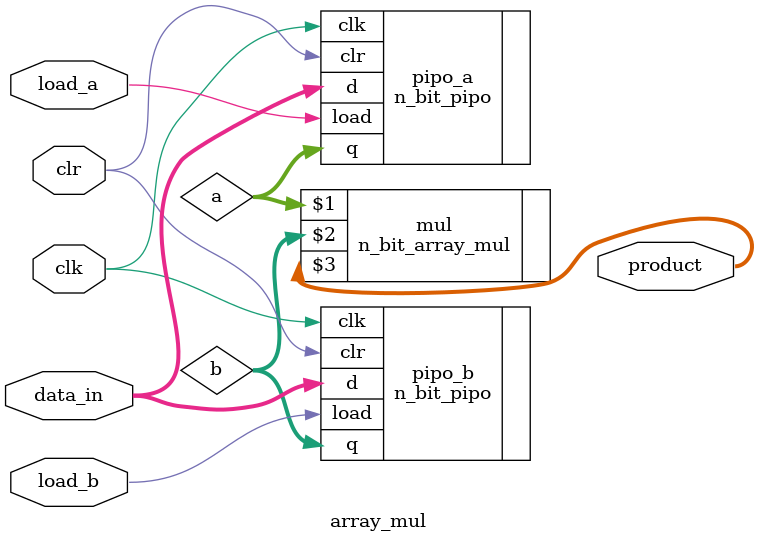
<source format=v>
`include "n_bit_array_mul.v"
`include "n_bit_pipo.v"

module array_mul #(
    parameter N = 8
) (
    input[N-1:0] data_in,
    input load_a, load_b, clk, clr,
    output[2*N-1:0] product
);
    wire[N-1:0] a,b;
    n_bit_pipo #(.N(N)) pipo_a(.clk(clk), .clr(clr), .load(load_a), .d(data_in), .q(a)),
        pipo_b(.clk(clk), .clr(clr), .load(load_b), .d(data_in), .q(b));
    wire[2*N-1:0] product;
    n_bit_array_mul #(.N(N)) mul(a,b,product);

endmodule
</source>
